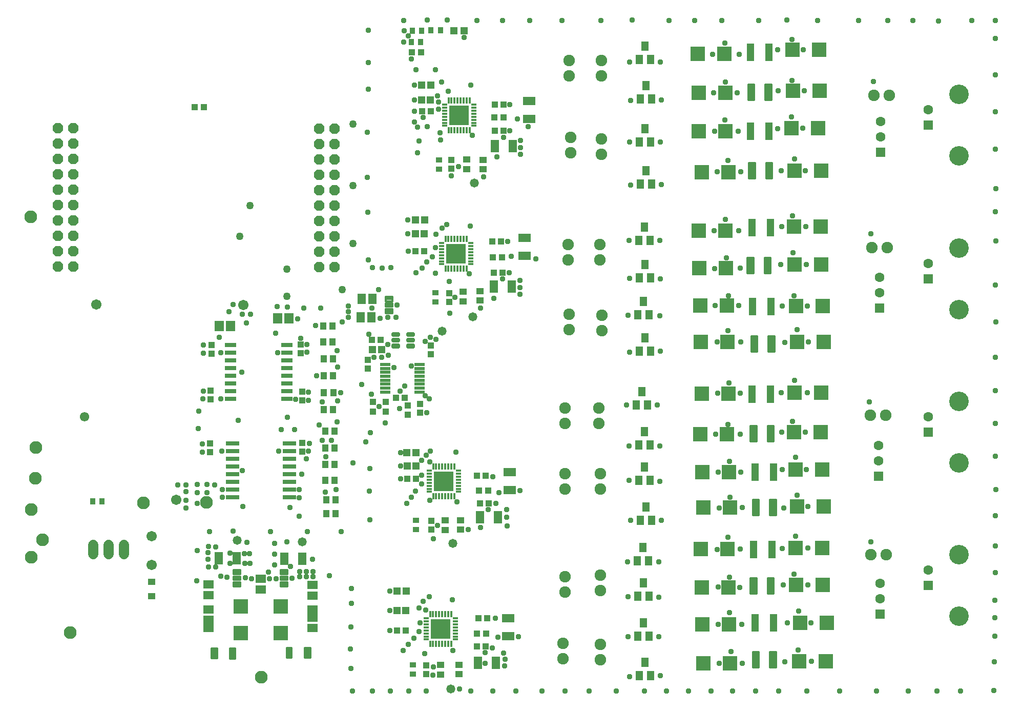
<source format=gbr>
G04 EAGLE Gerber RS-274X export*
G75*
%MOMM*%
%FSLAX34Y34*%
%LPD*%
%INSoldermask Top*%
%IPPOS*%
%AMOC8*
5,1,8,0,0,1.08239X$1,22.5*%
G01*
%ADD10P,1.852186X8X112.500000*%
%ADD11C,1.727200*%
%ADD12R,2.184400X0.762000*%
%ADD13R,1.879600X0.711200*%
%ADD14R,0.958000X0.402400*%
%ADD15R,0.402400X1.008000*%
%ADD16R,3.303200X3.303200*%
%ADD17R,1.003197X0.958800*%
%ADD18R,1.208800X1.153197*%
%ADD19R,1.066800X1.016000*%
%ADD20R,1.168400X1.143000*%
%ADD21R,1.016000X1.066800*%
%ADD22R,1.063200X1.183200*%
%ADD23R,1.183200X1.123200*%
%ADD24R,1.363200X2.023200*%
%ADD25R,2.023200X1.363200*%
%ADD26R,1.093200X1.133200*%
%ADD27R,1.203200X1.603200*%
%ADD28R,1.293200X2.923200*%
%ADD29C,0.417022*%
%ADD30C,1.917700*%
%ADD31R,1.183200X1.073200*%
%ADD32R,1.073200X1.183200*%
%ADD33R,1.503200X1.703200*%
%ADD34R,1.123200X1.183200*%
%ADD35R,1.664400X0.554000*%
%ADD36R,1.601200X1.601200*%
%ADD37C,1.601200*%
%ADD38C,3.218200*%
%ADD39R,0.958800X1.003197*%
%ADD40R,1.701800X1.447800*%
%ADD41R,1.701800X2.819400*%
%ADD42R,1.673200X1.343200*%
%ADD43R,1.343200X1.673200*%
%ADD44R,1.303200X1.203200*%
%ADD45C,0.362094*%
%ADD46C,0.331525*%
%ADD47C,1.473200*%
%ADD48R,2.403200X2.353200*%
%ADD49R,2.353200X2.403200*%
%ADD50C,0.370578*%
%ADD51C,0.370538*%
%ADD52C,0.331747*%
%ADD53R,1.073200X1.133200*%
%ADD54R,1.133200X1.073200*%
%ADD55R,1.168400X1.016000*%
%ADD56C,0.506016*%
%ADD57C,1.553200*%
%ADD58C,1.703200*%
%ADD59C,0.959600*%
%ADD60C,2.108200*%
%ADD61C,1.259600*%


D10*
X515620Y716915D03*
X541020Y716915D03*
X515620Y742315D03*
X541020Y742315D03*
X515620Y767715D03*
X541020Y767715D03*
X515620Y793115D03*
X541020Y793115D03*
X515620Y818515D03*
X541020Y818515D03*
X515620Y843915D03*
X541020Y843915D03*
X515620Y869315D03*
X541020Y869315D03*
X515620Y894715D03*
X541020Y894715D03*
X515620Y920115D03*
X541020Y920115D03*
X515620Y945515D03*
X541020Y945515D03*
X83820Y717550D03*
X109220Y717550D03*
X83820Y742950D03*
X109220Y742950D03*
X83820Y768350D03*
X109220Y768350D03*
X83820Y793750D03*
X109220Y793750D03*
X83820Y819150D03*
X109220Y819150D03*
X83820Y844550D03*
X109220Y844550D03*
X83820Y869950D03*
X109220Y869950D03*
X83820Y895350D03*
X109220Y895350D03*
X83820Y920750D03*
X109220Y920750D03*
X83820Y946150D03*
X109220Y946150D03*
D11*
X142240Y257810D02*
X142240Y242570D01*
X167640Y242570D02*
X167640Y257810D01*
X193040Y257810D02*
X193040Y242570D01*
D12*
X372237Y425450D03*
X372237Y412750D03*
X372237Y400050D03*
X372237Y387350D03*
X372237Y374650D03*
X372237Y361950D03*
X372237Y349250D03*
X372237Y336550D03*
X465963Y336550D03*
X465963Y349250D03*
X465963Y361950D03*
X465963Y374650D03*
X465963Y387350D03*
X465963Y400050D03*
X465963Y412750D03*
X465963Y425450D03*
D13*
X368935Y588010D03*
X368935Y575310D03*
X368935Y562610D03*
X368935Y549910D03*
X368935Y537210D03*
X368935Y524510D03*
X368935Y511810D03*
X368935Y499110D03*
X461645Y499110D03*
X461645Y511810D03*
X461645Y524510D03*
X461645Y537210D03*
X461645Y549910D03*
X461645Y562610D03*
X461645Y575310D03*
X461645Y588010D03*
D14*
X692006Y136880D03*
X692006Y131880D03*
X692006Y126880D03*
X692006Y121880D03*
X692006Y116880D03*
X692006Y111880D03*
X692006Y106880D03*
X692006Y101880D03*
D15*
X698780Y94856D03*
X703780Y94856D03*
X708780Y94856D03*
X713780Y94856D03*
X718780Y94856D03*
X723780Y94856D03*
X728780Y94856D03*
X733780Y94856D03*
D14*
X740554Y101880D03*
X740554Y106880D03*
X740554Y111880D03*
X740554Y116880D03*
X740554Y121880D03*
X740554Y126880D03*
X740554Y131880D03*
X740554Y136880D03*
D15*
X733780Y143904D03*
X728780Y143904D03*
X723780Y143904D03*
X718780Y143904D03*
X713780Y143904D03*
X708780Y143904D03*
X703780Y143904D03*
X698780Y143904D03*
D16*
X716280Y119380D03*
D17*
X670560Y44292D03*
X670560Y59848D03*
D18*
X644232Y149860D03*
X658788Y149860D03*
D19*
X644271Y116840D03*
X658749Y116840D03*
D20*
X659003Y181610D03*
X644017Y181610D03*
D21*
X487680Y426339D03*
X487680Y411861D03*
D22*
X525750Y445770D03*
X541050Y445770D03*
X527020Y309880D03*
X542320Y309880D03*
X521940Y593090D03*
X537240Y593090D03*
X523210Y565150D03*
X538510Y565150D03*
X525750Y364490D03*
X541050Y364490D03*
D21*
X485140Y588899D03*
X485140Y574421D03*
X487680Y511429D03*
X487680Y496951D03*
X335280Y411226D03*
X335280Y425704D03*
X692150Y44831D03*
X692150Y59309D03*
D23*
X746760Y44320D03*
X746760Y59820D03*
D19*
X790829Y90170D03*
X776351Y90170D03*
D24*
X807230Y63500D03*
X777730Y63500D03*
D19*
X793369Y137160D03*
X778891Y137160D03*
D25*
X828040Y107170D03*
X828040Y136670D03*
D26*
X775890Y111760D03*
X791290Y111760D03*
D27*
X1051560Y129110D03*
X1061060Y107110D03*
X1042060Y107110D03*
D28*
X1266100Y129540D03*
X1235800Y129540D03*
D27*
X1050290Y253570D03*
X1059790Y231570D03*
X1040790Y231570D03*
D28*
X1263560Y250190D03*
X1233260Y250190D03*
D27*
X1051560Y195150D03*
X1061060Y173150D03*
X1042060Y173150D03*
X1054100Y64340D03*
X1063600Y42340D03*
X1044600Y42340D03*
X1052830Y386920D03*
X1062330Y364920D03*
X1043330Y364920D03*
D28*
X1266100Y378460D03*
X1235800Y378460D03*
D27*
X1049020Y511380D03*
X1058520Y489380D03*
X1039520Y489380D03*
D28*
X1261020Y506730D03*
X1230720Y506730D03*
D27*
X1052830Y445340D03*
X1062330Y423340D03*
X1043330Y423340D03*
X1055370Y320880D03*
X1064870Y298880D03*
X1045870Y298880D03*
D14*
X697086Y380720D03*
X697086Y375720D03*
X697086Y370720D03*
X697086Y365720D03*
X697086Y360720D03*
X697086Y355720D03*
X697086Y350720D03*
X697086Y345720D03*
D15*
X703860Y338696D03*
X708860Y338696D03*
X713860Y338696D03*
X718860Y338696D03*
X723860Y338696D03*
X728860Y338696D03*
X733860Y338696D03*
X738860Y338696D03*
D14*
X745634Y345720D03*
X745634Y350720D03*
X745634Y355720D03*
X745634Y360720D03*
X745634Y365720D03*
X745634Y370720D03*
X745634Y375720D03*
X745634Y380720D03*
D15*
X738860Y387744D03*
X733860Y387744D03*
X728860Y387744D03*
X723860Y387744D03*
X718860Y387744D03*
X713860Y387744D03*
X708860Y387744D03*
X703860Y387744D03*
D16*
X721360Y363220D03*
D17*
X675640Y283052D03*
X675640Y298608D03*
D18*
X660742Y388620D03*
X675298Y388620D03*
D19*
X660781Y367030D03*
X675259Y367030D03*
D20*
X675513Y410210D03*
X660527Y410210D03*
D21*
X701040Y283591D03*
X701040Y298069D03*
D23*
X749300Y283080D03*
X749300Y298580D03*
D19*
X795909Y326390D03*
X781431Y326390D03*
D24*
X811040Y303530D03*
X781540Y303530D03*
D19*
X790829Y372110D03*
X776351Y372110D03*
D25*
X830580Y348470D03*
X830580Y377970D03*
D26*
X779700Y347980D03*
X795100Y347980D03*
D29*
X1256859Y202781D02*
X1265721Y202781D01*
X1265721Y178219D01*
X1256859Y178219D01*
X1256859Y202781D01*
X1256859Y182180D02*
X1265721Y182180D01*
X1265721Y186141D02*
X1256859Y186141D01*
X1256859Y190102D02*
X1265721Y190102D01*
X1265721Y194063D02*
X1256859Y194063D01*
X1256859Y198024D02*
X1265721Y198024D01*
X1265721Y201985D02*
X1256859Y201985D01*
X1237421Y202781D02*
X1228559Y202781D01*
X1237421Y202781D02*
X1237421Y178219D01*
X1228559Y178219D01*
X1228559Y202781D01*
X1228559Y182180D02*
X1237421Y182180D01*
X1237421Y186141D02*
X1228559Y186141D01*
X1228559Y190102D02*
X1237421Y190102D01*
X1237421Y194063D02*
X1228559Y194063D01*
X1228559Y198024D02*
X1237421Y198024D01*
X1237421Y201985D02*
X1228559Y201985D01*
X1260669Y80861D02*
X1269531Y80861D01*
X1269531Y56299D01*
X1260669Y56299D01*
X1260669Y80861D01*
X1260669Y60260D02*
X1269531Y60260D01*
X1269531Y64221D02*
X1260669Y64221D01*
X1260669Y68182D02*
X1269531Y68182D01*
X1269531Y72143D02*
X1260669Y72143D01*
X1260669Y76104D02*
X1269531Y76104D01*
X1269531Y80065D02*
X1260669Y80065D01*
X1241231Y80861D02*
X1232369Y80861D01*
X1241231Y80861D02*
X1241231Y56299D01*
X1232369Y56299D01*
X1232369Y80861D01*
X1232369Y60260D02*
X1241231Y60260D01*
X1241231Y64221D02*
X1232369Y64221D01*
X1232369Y68182D02*
X1241231Y68182D01*
X1241231Y72143D02*
X1232369Y72143D01*
X1232369Y76104D02*
X1241231Y76104D01*
X1241231Y80065D02*
X1232369Y80065D01*
X1256859Y454241D02*
X1265721Y454241D01*
X1265721Y429679D01*
X1256859Y429679D01*
X1256859Y454241D01*
X1256859Y433640D02*
X1265721Y433640D01*
X1265721Y437601D02*
X1256859Y437601D01*
X1256859Y441562D02*
X1265721Y441562D01*
X1265721Y445523D02*
X1256859Y445523D01*
X1256859Y449484D02*
X1265721Y449484D01*
X1265721Y453445D02*
X1256859Y453445D01*
X1237421Y454241D02*
X1228559Y454241D01*
X1237421Y454241D02*
X1237421Y429679D01*
X1228559Y429679D01*
X1228559Y454241D01*
X1228559Y433640D02*
X1237421Y433640D01*
X1237421Y437601D02*
X1228559Y437601D01*
X1228559Y441562D02*
X1237421Y441562D01*
X1237421Y445523D02*
X1228559Y445523D01*
X1228559Y449484D02*
X1237421Y449484D01*
X1237421Y453445D02*
X1228559Y453445D01*
X1260669Y332321D02*
X1269531Y332321D01*
X1269531Y307759D01*
X1260669Y307759D01*
X1260669Y332321D01*
X1260669Y311720D02*
X1269531Y311720D01*
X1269531Y315681D02*
X1260669Y315681D01*
X1260669Y319642D02*
X1269531Y319642D01*
X1269531Y323603D02*
X1260669Y323603D01*
X1260669Y327564D02*
X1269531Y327564D01*
X1269531Y331525D02*
X1260669Y331525D01*
X1241231Y332321D02*
X1232369Y332321D01*
X1241231Y332321D02*
X1241231Y307759D01*
X1232369Y307759D01*
X1232369Y332321D01*
X1232369Y311720D02*
X1241231Y311720D01*
X1241231Y315681D02*
X1232369Y315681D01*
X1232369Y319642D02*
X1241231Y319642D01*
X1241231Y323603D02*
X1232369Y323603D01*
X1232369Y327564D02*
X1241231Y327564D01*
X1241231Y331525D02*
X1232369Y331525D01*
D30*
X922020Y180340D03*
X922020Y205740D03*
X980440Y68580D03*
X980440Y93980D03*
X980440Y182880D03*
X980440Y208280D03*
X918210Y95250D03*
X918210Y69850D03*
X977900Y458470D03*
X977900Y483870D03*
X980440Y350520D03*
X980440Y375920D03*
X922020Y458470D03*
X922020Y483870D03*
X922020Y375920D03*
X922020Y350520D03*
D31*
X716280Y60070D03*
X716280Y44070D03*
X723900Y298830D03*
X723900Y282830D03*
D27*
X1054100Y720930D03*
X1063600Y698930D03*
X1044600Y698930D03*
D29*
X1251779Y732371D02*
X1260641Y732371D01*
X1260641Y707809D01*
X1251779Y707809D01*
X1251779Y732371D01*
X1251779Y711770D02*
X1260641Y711770D01*
X1260641Y715731D02*
X1251779Y715731D01*
X1251779Y719692D02*
X1260641Y719692D01*
X1260641Y723653D02*
X1251779Y723653D01*
X1251779Y727614D02*
X1260641Y727614D01*
X1260641Y731575D02*
X1251779Y731575D01*
X1232341Y732371D02*
X1223479Y732371D01*
X1232341Y732371D02*
X1232341Y707809D01*
X1223479Y707809D01*
X1223479Y732371D01*
X1223479Y711770D02*
X1232341Y711770D01*
X1232341Y715731D02*
X1223479Y715731D01*
X1223479Y719692D02*
X1232341Y719692D01*
X1232341Y723653D02*
X1223479Y723653D01*
X1223479Y727614D02*
X1232341Y727614D01*
X1232341Y731575D02*
X1223479Y731575D01*
D27*
X1054100Y600280D03*
X1063600Y578280D03*
X1044600Y578280D03*
D29*
X1258129Y602831D02*
X1266991Y602831D01*
X1266991Y578269D01*
X1258129Y578269D01*
X1258129Y602831D01*
X1258129Y582230D02*
X1266991Y582230D01*
X1266991Y586191D02*
X1258129Y586191D01*
X1258129Y590152D02*
X1266991Y590152D01*
X1266991Y594113D02*
X1258129Y594113D01*
X1258129Y598074D02*
X1266991Y598074D01*
X1266991Y602035D02*
X1258129Y602035D01*
X1238691Y602831D02*
X1229829Y602831D01*
X1238691Y602831D02*
X1238691Y578269D01*
X1229829Y578269D01*
X1229829Y602831D01*
X1229829Y582230D02*
X1238691Y582230D01*
X1238691Y586191D02*
X1229829Y586191D01*
X1229829Y590152D02*
X1238691Y590152D01*
X1238691Y594113D02*
X1229829Y594113D01*
X1229829Y598074D02*
X1238691Y598074D01*
X1238691Y602035D02*
X1229829Y602035D01*
D14*
X717406Y756640D03*
X717406Y751640D03*
X717406Y746640D03*
X717406Y741640D03*
X717406Y736640D03*
X717406Y731640D03*
X717406Y726640D03*
X717406Y721640D03*
D15*
X724180Y714616D03*
X729180Y714616D03*
X734180Y714616D03*
X739180Y714616D03*
X744180Y714616D03*
X749180Y714616D03*
X754180Y714616D03*
X759180Y714616D03*
D14*
X765954Y721640D03*
X765954Y726640D03*
X765954Y731640D03*
X765954Y736640D03*
X765954Y741640D03*
X765954Y746640D03*
X765954Y751640D03*
X765954Y756640D03*
D15*
X759180Y763664D03*
X754180Y763664D03*
X749180Y763664D03*
X744180Y763664D03*
X739180Y763664D03*
X734180Y763664D03*
X729180Y763664D03*
X724180Y763664D03*
D16*
X741680Y739140D03*
D17*
X707390Y658972D03*
X707390Y674528D03*
D18*
X674712Y772160D03*
X689268Y772160D03*
D19*
X674751Y742950D03*
X689229Y742950D03*
D20*
X689483Y795020D03*
X674497Y795020D03*
D21*
X730250Y659511D03*
X730250Y673989D03*
D23*
X781050Y661540D03*
X781050Y677040D03*
D19*
X818769Y707390D03*
X804291Y707390D03*
D24*
X833900Y684530D03*
X804400Y684530D03*
D19*
X816229Y759460D03*
X801751Y759460D03*
D25*
X854710Y735820D03*
X854710Y765320D03*
D26*
X802560Y732790D03*
X817960Y732790D03*
D30*
X979170Y728980D03*
X979170Y754380D03*
X982980Y612140D03*
X982980Y637540D03*
X927100Y728980D03*
X927100Y754380D03*
X928370Y638810D03*
X928370Y613410D03*
D31*
X753110Y676020D03*
X753110Y660020D03*
D27*
X1051560Y659970D03*
X1061060Y637970D03*
X1042060Y637970D03*
D28*
X1262290Y651510D03*
X1231990Y651510D03*
D27*
X1052830Y783160D03*
X1062330Y761160D03*
X1043330Y761160D03*
D28*
X1261020Y782320D03*
X1230720Y782320D03*
D27*
X1055370Y1016840D03*
X1064870Y994840D03*
X1045870Y994840D03*
X1055370Y875870D03*
X1064870Y853870D03*
X1045870Y853870D03*
D29*
X1253049Y1018121D02*
X1261911Y1018121D01*
X1261911Y993559D01*
X1253049Y993559D01*
X1253049Y1018121D01*
X1253049Y997520D02*
X1261911Y997520D01*
X1261911Y1001481D02*
X1253049Y1001481D01*
X1253049Y1005442D02*
X1261911Y1005442D01*
X1261911Y1009403D02*
X1253049Y1009403D01*
X1253049Y1013364D02*
X1261911Y1013364D01*
X1261911Y1017325D02*
X1253049Y1017325D01*
X1233611Y1018121D02*
X1224749Y1018121D01*
X1233611Y1018121D02*
X1233611Y993559D01*
X1224749Y993559D01*
X1224749Y1018121D01*
X1224749Y997520D02*
X1233611Y997520D01*
X1233611Y1001481D02*
X1224749Y1001481D01*
X1224749Y1005442D02*
X1233611Y1005442D01*
X1233611Y1009403D02*
X1224749Y1009403D01*
X1224749Y1013364D02*
X1233611Y1013364D01*
X1233611Y1017325D02*
X1224749Y1017325D01*
X1254319Y888581D02*
X1263181Y888581D01*
X1263181Y864019D01*
X1254319Y864019D01*
X1254319Y888581D01*
X1254319Y867980D02*
X1263181Y867980D01*
X1263181Y871941D02*
X1254319Y871941D01*
X1254319Y875902D02*
X1263181Y875902D01*
X1263181Y879863D02*
X1254319Y879863D01*
X1254319Y883824D02*
X1263181Y883824D01*
X1263181Y887785D02*
X1254319Y887785D01*
X1234881Y888581D02*
X1226019Y888581D01*
X1234881Y888581D02*
X1234881Y864019D01*
X1226019Y864019D01*
X1226019Y888581D01*
X1226019Y867980D02*
X1234881Y867980D01*
X1234881Y871941D02*
X1226019Y871941D01*
X1226019Y875902D02*
X1234881Y875902D01*
X1234881Y879863D02*
X1226019Y879863D01*
X1226019Y883824D02*
X1234881Y883824D01*
X1234881Y887785D02*
X1226019Y887785D01*
D27*
X1054100Y945720D03*
X1063600Y923720D03*
X1044600Y923720D03*
D28*
X1258480Y941070D03*
X1228180Y941070D03*
D27*
X1054100Y1081610D03*
X1063600Y1059610D03*
X1044600Y1059610D03*
D28*
X1258480Y1071880D03*
X1228180Y1071880D03*
D14*
X722486Y985240D03*
X722486Y980240D03*
X722486Y975240D03*
X722486Y970240D03*
X722486Y965240D03*
X722486Y960240D03*
X722486Y955240D03*
X722486Y950240D03*
D15*
X729260Y943216D03*
X734260Y943216D03*
X739260Y943216D03*
X744260Y943216D03*
X749260Y943216D03*
X754260Y943216D03*
X759260Y943216D03*
X764260Y943216D03*
D14*
X771034Y950240D03*
X771034Y955240D03*
X771034Y960240D03*
X771034Y965240D03*
X771034Y970240D03*
X771034Y975240D03*
X771034Y980240D03*
X771034Y985240D03*
D15*
X764260Y992264D03*
X759260Y992264D03*
X754260Y992264D03*
X749260Y992264D03*
X744260Y992264D03*
X739260Y992264D03*
X734260Y992264D03*
X729260Y992264D03*
D16*
X746760Y967740D03*
D17*
X713740Y878682D03*
X713740Y894238D03*
D18*
X684872Y993140D03*
X699428Y993140D03*
D19*
X685546Y974090D03*
X700024Y974090D03*
D20*
X699643Y1017270D03*
X684657Y1017270D03*
D21*
X734060Y879221D03*
X734060Y893699D03*
D23*
X786130Y878710D03*
X786130Y894210D03*
D19*
X820039Y942340D03*
X805561Y942340D03*
D24*
X835170Y916940D03*
X805670Y916940D03*
D19*
X820039Y985520D03*
X805561Y985520D03*
D25*
X862330Y961880D03*
X862330Y991380D03*
D26*
X805100Y963930D03*
X820500Y963930D03*
D30*
X981710Y1032510D03*
X981710Y1057910D03*
X981710Y902970D03*
X981710Y928370D03*
X928370Y1032510D03*
X928370Y1057910D03*
X930910Y930910D03*
X930910Y905510D03*
D31*
X759460Y894460D03*
X759460Y878460D03*
D32*
X522860Y509270D03*
X538860Y509270D03*
D21*
X337185Y588264D03*
X337185Y573786D03*
D33*
X368910Y619760D03*
X349910Y619760D03*
X446430Y632460D03*
X465430Y632460D03*
D21*
X335915Y513334D03*
X335915Y498856D03*
D34*
X541150Y391160D03*
X525650Y391160D03*
X538610Y481330D03*
X523110Y481330D03*
X538610Y537210D03*
X523110Y537210D03*
X537340Y619760D03*
X521840Y619760D03*
X542420Y332740D03*
X526920Y332740D03*
X541150Y417830D03*
X525650Y417830D03*
D35*
X681030Y510650D03*
X681030Y517150D03*
X681030Y523650D03*
X681030Y530150D03*
X681030Y536650D03*
X681030Y543150D03*
X681030Y549650D03*
X681030Y556150D03*
X624530Y556150D03*
X624530Y549650D03*
X624530Y543150D03*
X624530Y536650D03*
X624530Y530150D03*
X624530Y523650D03*
X624530Y517150D03*
X624530Y510650D03*
D19*
X642366Y501015D03*
X656844Y501015D03*
D21*
X595630Y549021D03*
X595630Y563499D03*
D20*
X603377Y580390D03*
X618363Y580390D03*
D36*
X1522095Y191535D03*
D37*
X1522095Y216935D03*
D38*
X1572895Y242335D03*
X1572895Y140735D03*
D36*
X1522095Y444500D03*
D37*
X1522095Y469900D03*
D38*
X1572895Y495300D03*
X1572895Y393700D03*
D36*
X1522095Y697865D03*
D37*
X1522095Y723265D03*
D38*
X1572895Y748665D03*
X1572895Y647065D03*
D36*
X1522095Y951865D03*
D37*
X1522095Y977265D03*
D38*
X1572895Y1002665D03*
X1572895Y901065D03*
D30*
X1452880Y241700D03*
X1427480Y241700D03*
X1451610Y472440D03*
X1426210Y472440D03*
X1454150Y749300D03*
X1428750Y749300D03*
X1457960Y1000760D03*
X1432560Y1000760D03*
D39*
X715803Y1108075D03*
X700247Y1108075D03*
X669132Y1107440D03*
X684688Y1107440D03*
X667862Y1088390D03*
X683418Y1088390D03*
D19*
X669036Y1071880D03*
X683514Y1071880D03*
D40*
X332740Y151257D03*
D41*
X332740Y127381D03*
D40*
X504190Y120523D03*
D41*
X504190Y144399D03*
D42*
X332740Y175250D03*
X332740Y193050D03*
X419100Y184140D03*
X419100Y201940D03*
X504190Y173980D03*
X504190Y191780D03*
D43*
X585460Y664210D03*
X603260Y664210D03*
X584190Y633730D03*
X601990Y633730D03*
D24*
X349740Y236220D03*
X379240Y236220D03*
X457690Y234950D03*
X487190Y234950D03*
D44*
X738260Y1107440D03*
X755260Y1107440D03*
D21*
X681990Y491109D03*
X681990Y476631D03*
X699770Y587629D03*
X699770Y573151D03*
D19*
X616839Y596900D03*
X602361Y596900D03*
D45*
X346876Y70684D02*
X337564Y70684D01*
X337564Y86796D01*
X346876Y86796D01*
X346876Y70684D01*
X346876Y74124D02*
X337564Y74124D01*
X337564Y77564D02*
X346876Y77564D01*
X346876Y81004D02*
X337564Y81004D01*
X337564Y84444D02*
X346876Y84444D01*
D46*
X368211Y70531D02*
X376329Y70531D01*
X368211Y70531D02*
X368211Y86949D01*
X376329Y86949D01*
X376329Y70531D01*
X376329Y73680D02*
X368211Y73680D01*
X368211Y76829D02*
X376329Y76829D01*
X376329Y79978D02*
X368211Y79978D01*
X368211Y83127D02*
X376329Y83127D01*
X376329Y86276D02*
X368211Y86276D01*
D45*
X491324Y88066D02*
X500636Y88066D01*
X500636Y71954D01*
X491324Y71954D01*
X491324Y88066D01*
X491324Y75394D02*
X500636Y75394D01*
X500636Y78834D02*
X491324Y78834D01*
X491324Y82274D02*
X500636Y82274D01*
X500636Y85714D02*
X491324Y85714D01*
D46*
X469989Y88219D02*
X461871Y88219D01*
X469989Y88219D02*
X469989Y71801D01*
X461871Y71801D01*
X461871Y88219D01*
X461871Y74950D02*
X469989Y74950D01*
X469989Y78099D02*
X461871Y78099D01*
X461871Y81248D02*
X469989Y81248D01*
X469989Y84397D02*
X461871Y84397D01*
X461871Y87546D02*
X469989Y87546D01*
D47*
X379730Y265430D03*
X487680Y262890D03*
X732790Y20320D03*
X772160Y855980D03*
X736600Y260350D03*
X769620Y635000D03*
D48*
X1191670Y873760D03*
X1147670Y873760D03*
X1186590Y1004570D03*
X1142590Y1004570D03*
X1186590Y941070D03*
X1142590Y941070D03*
X1185320Y1069340D03*
X1141320Y1069340D03*
X1192940Y127000D03*
X1148940Y127000D03*
X1190400Y251460D03*
X1146400Y251460D03*
X1191670Y187960D03*
X1147670Y187960D03*
X1194210Y62230D03*
X1150210Y62230D03*
D49*
X386080Y156620D03*
X386080Y112620D03*
X452120Y112620D03*
X452120Y156620D03*
D48*
X1189130Y440690D03*
X1145130Y440690D03*
X1194210Y320040D03*
X1150210Y320040D03*
X1192940Y378460D03*
X1148940Y378460D03*
X1191670Y508000D03*
X1147670Y508000D03*
X1187860Y715010D03*
X1143860Y715010D03*
X1190400Y593090D03*
X1146400Y593090D03*
X1189130Y653415D03*
X1145130Y653415D03*
X1186590Y777240D03*
X1142590Y777240D03*
X1301340Y721360D03*
X1345340Y721360D03*
X1305150Y593090D03*
X1349150Y593090D03*
X1303880Y652780D03*
X1347880Y652780D03*
X1300070Y783590D03*
X1344070Y783590D03*
X1302610Y382270D03*
X1346610Y382270D03*
X1301340Y509270D03*
X1345340Y509270D03*
X1300070Y444500D03*
X1344070Y444500D03*
X1305150Y321310D03*
X1349150Y321310D03*
X1310230Y129540D03*
X1354230Y129540D03*
X1302610Y252730D03*
X1346610Y252730D03*
X1303880Y191770D03*
X1347880Y191770D03*
X1308960Y66040D03*
X1352960Y66040D03*
X1298800Y1008380D03*
X1342800Y1008380D03*
X1301340Y876300D03*
X1345340Y876300D03*
X1296260Y946150D03*
X1340260Y946150D03*
X1297530Y1075690D03*
X1341530Y1075690D03*
D50*
X385143Y196633D02*
X374317Y196633D01*
X385143Y196633D02*
X385143Y189751D01*
X374317Y189751D01*
X374317Y196633D01*
X374317Y193272D02*
X385143Y193272D01*
D51*
X385144Y216649D02*
X374316Y216649D01*
X385144Y216649D02*
X385144Y209767D01*
X374316Y209767D01*
X374316Y216649D01*
X374316Y213287D02*
X385144Y213287D01*
D52*
X385338Y205795D02*
X385338Y200605D01*
X374122Y200605D01*
X374122Y205795D01*
X385338Y205795D01*
X385338Y203756D02*
X374122Y203756D01*
D50*
X451787Y196633D02*
X462613Y196633D01*
X462613Y189751D01*
X451787Y189751D01*
X451787Y196633D01*
X451787Y193272D02*
X462613Y193272D01*
D51*
X462614Y216649D02*
X451786Y216649D01*
X462614Y216649D02*
X462614Y209767D01*
X451786Y209767D01*
X451786Y216649D01*
X451786Y213287D02*
X462614Y213287D01*
D52*
X462808Y205795D02*
X462808Y200605D01*
X451592Y200605D01*
X451592Y205795D01*
X462808Y205795D01*
X462808Y203756D02*
X451592Y203756D01*
D50*
X625777Y660617D02*
X636603Y660617D01*
X625777Y660617D02*
X625777Y667499D01*
X636603Y667499D01*
X636603Y660617D01*
X636603Y664138D02*
X625777Y664138D01*
D51*
X625776Y640601D02*
X636604Y640601D01*
X625776Y640601D02*
X625776Y647483D01*
X636604Y647483D01*
X636604Y640601D01*
X636604Y644121D02*
X625776Y644121D01*
D52*
X625582Y651455D02*
X625582Y656645D01*
X636798Y656645D01*
X636798Y651455D01*
X625582Y651455D01*
X625582Y654606D02*
X636798Y654606D01*
D47*
X718185Y610870D03*
D53*
X309700Y981075D03*
X325300Y981075D03*
D54*
X625475Y478610D03*
X625475Y494210D03*
X603885Y494210D03*
X603885Y478610D03*
X661670Y472895D03*
X661670Y488495D03*
D36*
X1442085Y143910D03*
D37*
X1442085Y169310D03*
X1442085Y194710D03*
D36*
X1441450Y649605D03*
D37*
X1441450Y675005D03*
X1441450Y700405D03*
D36*
X1443355Y906780D03*
D37*
X1443355Y932180D03*
X1443355Y957580D03*
D36*
X1440180Y371475D03*
D37*
X1440180Y396875D03*
X1440180Y422275D03*
D39*
X140812Y330200D03*
X156368Y330200D03*
D55*
X238760Y173482D03*
X238760Y197358D03*
D56*
X637334Y604264D02*
X646506Y604264D01*
X637334Y604264D02*
X637334Y607236D01*
X646506Y607236D01*
X646506Y604264D01*
X646506Y594764D02*
X637334Y594764D01*
X637334Y597736D01*
X646506Y597736D01*
X646506Y594764D01*
X646506Y585264D02*
X637334Y585264D01*
X637334Y588236D01*
X646506Y588236D01*
X646506Y585264D01*
X662234Y585264D02*
X671406Y585264D01*
X662234Y585264D02*
X662234Y588236D01*
X671406Y588236D01*
X671406Y585264D01*
X671406Y594764D02*
X662234Y594764D01*
X662234Y597736D01*
X671406Y597736D01*
X671406Y594764D01*
X671406Y604264D02*
X662234Y604264D01*
X662234Y607236D01*
X671406Y607236D01*
X671406Y604264D01*
D57*
X127635Y469900D03*
D58*
X147320Y655320D03*
D59*
X482600Y349250D03*
X499110Y425450D03*
X497840Y510540D03*
X495300Y589280D03*
X485140Y599440D03*
X445770Y651510D03*
X563245Y643255D03*
X563880Y652780D03*
D58*
X238760Y272415D03*
X238760Y224790D03*
D59*
X316230Y479425D03*
X315595Y450215D03*
X381635Y464185D03*
X313690Y344170D03*
X389255Y321945D03*
X401955Y639445D03*
X387350Y543560D03*
X387985Y381000D03*
D58*
X389890Y654685D03*
D59*
X394970Y624840D03*
X373380Y655320D03*
X388620Y639445D03*
X313690Y358140D03*
X313690Y327025D03*
X329565Y344170D03*
X329565Y358140D03*
X342900Y357505D03*
D60*
X46990Y419100D03*
X224790Y327660D03*
X328930Y328295D03*
D59*
X354330Y412750D03*
X355600Y336550D03*
X353060Y575310D03*
X353060Y499110D03*
X321945Y411480D03*
X350520Y600710D03*
X323850Y574675D03*
X323215Y499110D03*
X685165Y715010D03*
X667385Y336550D03*
X662940Y93980D03*
X535940Y430530D03*
X680720Y925195D03*
X619760Y715645D03*
X675640Y708025D03*
X660400Y326390D03*
X654050Y83820D03*
X585470Y523240D03*
X677545Y906145D03*
X633730Y716280D03*
X693420Y725170D03*
X674370Y346710D03*
X671830Y104140D03*
X694055Y949325D03*
X629754Y571040D03*
X545374Y579328D03*
X697230Y172720D03*
X699135Y413385D03*
X726440Y787400D03*
X592455Y427990D03*
X551180Y509270D03*
X717550Y1022350D03*
X675005Y1042670D03*
D61*
X384175Y767715D03*
X400685Y818515D03*
D59*
X680720Y153670D03*
X684530Y397510D03*
X708660Y770890D03*
X486410Y374650D03*
X712470Y989330D03*
X668020Y553720D03*
X678180Y948055D03*
X603250Y716280D03*
X571500Y393700D03*
D61*
X462280Y713740D03*
X462280Y668655D03*
X570865Y755650D03*
X553720Y680085D03*
X570865Y851535D03*
X570865Y953135D03*
D59*
X687070Y165100D03*
X692150Y406400D03*
X718820Y781050D03*
X711200Y999490D03*
X707390Y1043305D03*
X632460Y181610D03*
X650240Y410210D03*
X661670Y795020D03*
X673100Y1017270D03*
X628650Y589280D03*
X618490Y567690D03*
X628650Y633730D03*
X642620Y633730D03*
X654685Y1088390D03*
X655955Y1107440D03*
X755015Y1096010D03*
X662305Y1098550D03*
X648970Y512445D03*
X624205Y459740D03*
X515620Y455930D03*
X494030Y400050D03*
X366395Y643255D03*
X323850Y512445D03*
X323850Y588010D03*
X295275Y318770D03*
X295275Y346075D03*
X295275Y357505D03*
X281305Y357505D03*
X295275Y331470D03*
X322580Y424815D03*
X355600Y349250D03*
D58*
X278765Y332740D03*
D59*
X693420Y476885D03*
X648335Y483235D03*
X745490Y882650D03*
X704215Y56515D03*
X711200Y290195D03*
X739775Y666750D03*
X715645Y927100D03*
X687070Y963930D03*
X466725Y320040D03*
X481965Y305435D03*
X525780Y345440D03*
X482600Y335915D03*
X448310Y412750D03*
X526415Y403860D03*
X497840Y413385D03*
X520065Y430530D03*
X474980Y448310D03*
X452755Y448310D03*
X462915Y468630D03*
X520065Y494030D03*
X476250Y498475D03*
X511175Y537845D03*
X480060Y631825D03*
X509270Y620395D03*
X446405Y575945D03*
X495300Y576580D03*
X497840Y497205D03*
X542925Y349250D03*
X544830Y461010D03*
X546100Y495935D03*
X545465Y551815D03*
X553085Y626110D03*
X563245Y633730D03*
X518160Y649605D03*
X489585Y649605D03*
X462915Y650875D03*
X443230Y607695D03*
X1431290Y1023620D03*
X1427480Y772160D03*
X1424940Y494030D03*
X1427480Y263290D03*
X848360Y914400D03*
X847090Y683260D03*
X822325Y69215D03*
X830580Y985520D03*
X826770Y759460D03*
X802640Y370840D03*
X806450Y137160D03*
X801370Y87630D03*
X844550Y106680D03*
X807720Y326390D03*
X847090Y347980D03*
X829310Y707390D03*
X873760Y730250D03*
X830580Y942340D03*
X861060Y948690D03*
X765810Y1017270D03*
X768350Y934720D03*
X787400Y866140D03*
X765175Y784860D03*
X763270Y706120D03*
X782320Y648970D03*
X741680Y411480D03*
X742950Y328930D03*
X762000Y283210D03*
X735330Y167640D03*
X736600Y83820D03*
X747395Y20320D03*
X715010Y938530D03*
X707390Y706755D03*
X698500Y331470D03*
X689610Y78740D03*
X730250Y693420D03*
X681990Y129540D03*
X684530Y373380D03*
X707390Y749300D03*
X632460Y149860D03*
X632460Y116840D03*
X650240Y388620D03*
X650240Y367030D03*
X661670Y772160D03*
X662940Y742950D03*
X673100Y974090D03*
X673100Y993140D03*
X702310Y734060D03*
X684530Y358775D03*
X680085Y114935D03*
X697230Y499110D03*
X690880Y504190D03*
X614680Y487045D03*
X708025Y597535D03*
X597535Y606425D03*
X605790Y567690D03*
X673100Y956310D03*
X615950Y632460D03*
X643890Y654050D03*
X712470Y977900D03*
X352425Y206375D03*
X431800Y213360D03*
X734060Y867410D03*
X730885Y640715D03*
X704215Y268605D03*
X702945Y43180D03*
X825500Y303530D03*
X825500Y316230D03*
X826135Y289560D03*
X819785Y79375D03*
X821690Y58420D03*
X810895Y106045D03*
X789940Y80010D03*
X794385Y316230D03*
X812165Y344170D03*
X847090Y671830D03*
X847090Y694690D03*
X833120Y734695D03*
X818515Y697230D03*
X848360Y902970D03*
X848360Y925830D03*
X819785Y931545D03*
X842645Y962025D03*
X690880Y594360D03*
X699135Y601345D03*
X668020Y1060450D03*
X1176655Y62230D03*
X1195705Y81915D03*
X1214755Y62865D03*
X1285240Y64770D03*
X1306830Y84455D03*
X1329055Y66040D03*
X1289050Y129540D03*
X1308100Y148590D03*
X1327785Y129540D03*
X1174750Y127000D03*
X1214120Y127000D03*
X1193165Y146050D03*
X1174750Y188595D03*
X1193165Y204470D03*
X1210310Y187960D03*
X1282700Y191770D03*
X1322705Y191770D03*
X1299845Y210185D03*
X1280795Y252095D03*
X1302385Y272415D03*
X1322705Y252730D03*
X1172845Y250825D03*
X1211580Y251460D03*
X1190625Y271145D03*
X1176655Y318770D03*
X1194435Y337185D03*
X1214755Y320040D03*
X1283335Y319405D03*
X1304925Y340360D03*
X1323340Y321310D03*
X1320800Y382270D03*
X1302385Y403225D03*
X1280795Y382270D03*
X1212215Y378460D03*
X1174750Y378460D03*
X1193165Y396240D03*
X1170940Y440690D03*
X1190625Y457200D03*
X1210945Y440690D03*
X1280160Y444500D03*
X1318895Y444500D03*
X1297305Y462280D03*
X1322070Y509270D03*
X1278890Y509270D03*
X1301115Y529590D03*
X1210945Y508635D03*
X1174115Y508635D03*
X1192530Y525780D03*
X1284605Y592455D03*
X1323975Y593090D03*
X1304925Y614045D03*
X1172845Y593090D03*
X1212215Y593090D03*
X1191260Y612140D03*
X1169670Y653415D03*
X1191895Y669925D03*
X1209040Y653415D03*
X1169035Y714375D03*
X1188085Y732155D03*
X1210945Y715010D03*
X1278255Y721360D03*
X1298575Y740410D03*
X1320165Y721360D03*
X1279525Y783590D03*
X1319530Y783590D03*
X1297940Y802005D03*
X1167765Y777240D03*
X1186815Y795655D03*
X1208405Y777240D03*
X1280795Y652780D03*
X1300480Y669290D03*
X1322070Y652780D03*
X1173480Y874395D03*
X1191260Y892810D03*
X1212215Y874395D03*
X1278890Y876300D03*
X1301115Y895350D03*
X1318895Y876300D03*
X1314450Y946150D03*
X1273175Y945515D03*
X1296035Y965200D03*
X1207770Y941070D03*
X1169035Y941070D03*
X1186180Y960120D03*
X1167130Y1004570D03*
X1186815Y1022350D03*
X1206500Y1004570D03*
X1273810Y1008380D03*
X1296670Y1025525D03*
X1316990Y1008380D03*
X1315085Y1075690D03*
X1296670Y1092835D03*
X1273175Y1075690D03*
X1209675Y1068705D03*
X1165860Y1068705D03*
X1186180Y1087120D03*
X570230Y17145D03*
X603250Y16510D03*
X633095Y16510D03*
X663575Y16510D03*
X692150Y16510D03*
X765810Y17145D03*
X802005Y17145D03*
X840105Y17145D03*
X883920Y17145D03*
X922020Y16510D03*
X961390Y16510D03*
X1006475Y16510D03*
X1052830Y17145D03*
X1089660Y17145D03*
X1125855Y17145D03*
X1163320Y17145D03*
X1198880Y17145D03*
X1236980Y17145D03*
X1275080Y17145D03*
X1321435Y17145D03*
X1375410Y17145D03*
X1436370Y16510D03*
X1489075Y16510D03*
X1536065Y16510D03*
X1575435Y17145D03*
X1630045Y17780D03*
X1631315Y65405D03*
X1631950Y107315D03*
X1631950Y137795D03*
X1631950Y167005D03*
X1633220Y212090D03*
X1633220Y256540D03*
X1633220Y306705D03*
X1633855Y349250D03*
X1633220Y404495D03*
X1633220Y459105D03*
X1633220Y513080D03*
X1633220Y568325D03*
X1633855Y626110D03*
X1633220Y687705D03*
X1633855Y760095D03*
X1633220Y808355D03*
X1633855Y846455D03*
X1633220Y911860D03*
X1633220Y973455D03*
X1632585Y1034415D03*
X1632585Y1094740D03*
X1632585Y1124585D03*
X1593850Y1124585D03*
X1538605Y1123315D03*
X1496695Y1123950D03*
X1455420Y1124585D03*
X1407160Y1124585D03*
X1339215Y1124585D03*
X1288415Y1125220D03*
X1241425Y1124585D03*
X1180465Y1124585D03*
X1136015Y1124585D03*
X1093470Y1124585D03*
X1032510Y1125220D03*
X981075Y1124585D03*
X916305Y1124585D03*
X862965Y1123950D03*
X818515Y1124585D03*
X775970Y1124585D03*
X727075Y1125220D03*
X694055Y1125220D03*
X655320Y1124585D03*
X596900Y1010920D03*
X594995Y939800D03*
X594995Y864870D03*
X602615Y648970D03*
X613410Y680085D03*
X601980Y506730D03*
X600075Y443865D03*
X598170Y347345D03*
X599440Y384175D03*
X598805Y299720D03*
X551815Y280035D03*
X568325Y186055D03*
X568325Y161925D03*
X567690Y122555D03*
X567055Y86360D03*
X567690Y53975D03*
X313690Y248920D03*
X313055Y198755D03*
X332105Y221615D03*
X344170Y221615D03*
X331470Y234315D03*
X331470Y245745D03*
X332105Y255270D03*
X344170Y254635D03*
X483235Y213995D03*
X494030Y213995D03*
X504825Y213995D03*
X494030Y205740D03*
X504825Y205740D03*
X504190Y234315D03*
X483235Y205740D03*
X495935Y280035D03*
X434975Y280035D03*
X372745Y280670D03*
X334010Y280035D03*
X393700Y203835D03*
X403225Y201930D03*
X362585Y204470D03*
X433070Y201930D03*
X443865Y202565D03*
X470535Y203200D03*
X596265Y1054735D03*
X596265Y1108075D03*
X595630Y807720D03*
X596265Y728980D03*
X532130Y207010D03*
X656590Y520700D03*
X728980Y1007110D03*
X697865Y394970D03*
X691515Y150495D03*
X1079500Y1055370D03*
X1080770Y993140D03*
X1079500Y923290D03*
X1080770Y853440D03*
X1078230Y760730D03*
X1079500Y697230D03*
X1078230Y636270D03*
X1079500Y577850D03*
X1074420Y488950D03*
X1078230Y421640D03*
X1078230Y363220D03*
X1080770Y298450D03*
X1076960Y229870D03*
X1076960Y171450D03*
X1076960Y106680D03*
X1079500Y41910D03*
X789940Y62865D03*
X782320Y287020D03*
X803910Y665480D03*
X808990Y899160D03*
X367665Y227330D03*
X367665Y244475D03*
X391795Y243840D03*
X400050Y243840D03*
X400685Y227965D03*
X392430Y227965D03*
X396240Y262255D03*
X1028700Y1055370D03*
X1029970Y991870D03*
X1028700Y923290D03*
X1029970Y852170D03*
X1027430Y760730D03*
X1028700Y698500D03*
X1026160Y637540D03*
X1028700Y576580D03*
X1023620Y488950D03*
X1027430Y421640D03*
X1027430Y364490D03*
X1029970Y298450D03*
X1024890Y229870D03*
X1026160Y172720D03*
X1026160Y106680D03*
X1028700Y40640D03*
X441960Y260985D03*
X441960Y242570D03*
X441960Y225425D03*
X467995Y222885D03*
X706120Y128905D03*
X725805Y128905D03*
X706120Y109220D03*
X726440Y109220D03*
X739140Y977265D03*
X757555Y977900D03*
X756920Y957580D03*
X739775Y957580D03*
X711835Y352425D03*
X731520Y352425D03*
X712470Y373380D03*
X731520Y373380D03*
X751840Y749935D03*
X731520Y728980D03*
X732155Y748030D03*
X752475Y728980D03*
X461645Y262890D03*
D60*
X58420Y266700D03*
X39370Y316865D03*
X39370Y237490D03*
X38735Y800100D03*
X103505Y113030D03*
X419735Y39370D03*
X46355Y368300D03*
D59*
X639095Y550723D03*
M02*

</source>
